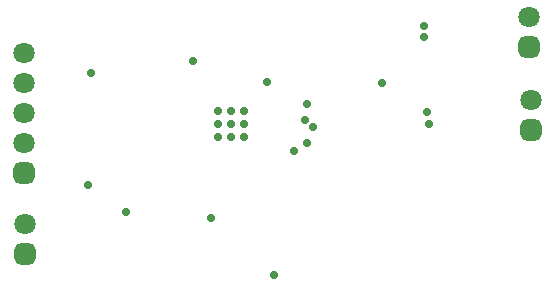
<source format=gbr>
%FSTAX23Y23*%
%MOIN*%
%SFA1B1*%

%IPPOS*%
%AMD35*
4,1,8,-0.035500,0.015700,-0.035500,-0.015700,-0.015700,-0.035500,0.015700,-0.035500,0.035500,-0.015700,0.035500,0.015700,0.015700,0.035500,-0.015700,0.035500,-0.035500,0.015700,0.0*
1,1,0.039496,-0.015700,0.015700*
1,1,0.039496,-0.015700,-0.015700*
1,1,0.039496,0.015700,-0.015700*
1,1,0.039496,0.015700,0.015700*
%
G04~CAMADD=35~8~0.0~0.0~709.9~709.9~197.5~0.0~15~0.0~0.0~0.0~0.0~0~0.0~0.0~0.0~0.0~0~0.0~0.0~0.0~90.0~710.0~710.0*
%ADD35D35*%
%ADD36C,0.070992*%
%ADD37C,0.027685*%
%LNmtr_dvr_pcb_soldermask_bot-1*%
%LPD*%
G54D35*
X03615Y0252D03*
X05295Y0321D03*
X0361Y0279D03*
X053Y02935D03*
G54D36*
X03615Y0262D03*
X05295Y0331D03*
X0361Y0319D03*
Y0309D03*
Y0289D03*
Y0299D03*
X053Y03035D03*
G54D37*
X04445Y0245D03*
X03835Y03125D03*
X03825Y0275D03*
X0451Y02865D03*
X04548Y02968D03*
X04555Y0289D03*
X04575Y02945D03*
X0442Y03095D03*
X04235Y0264D03*
X04175Y03165D03*
X04805Y0309D03*
X0395Y0266D03*
X04955Y02995D03*
X0496Y02955D03*
X04945Y03245D03*
Y0328D03*
X04555Y0302D03*
X04256Y02998D03*
X043D03*
X04343D03*
X04256Y02955D03*
X043D03*
X04343D03*
X04256Y02911D03*
X043D03*
X04343D03*
M02*
</source>
